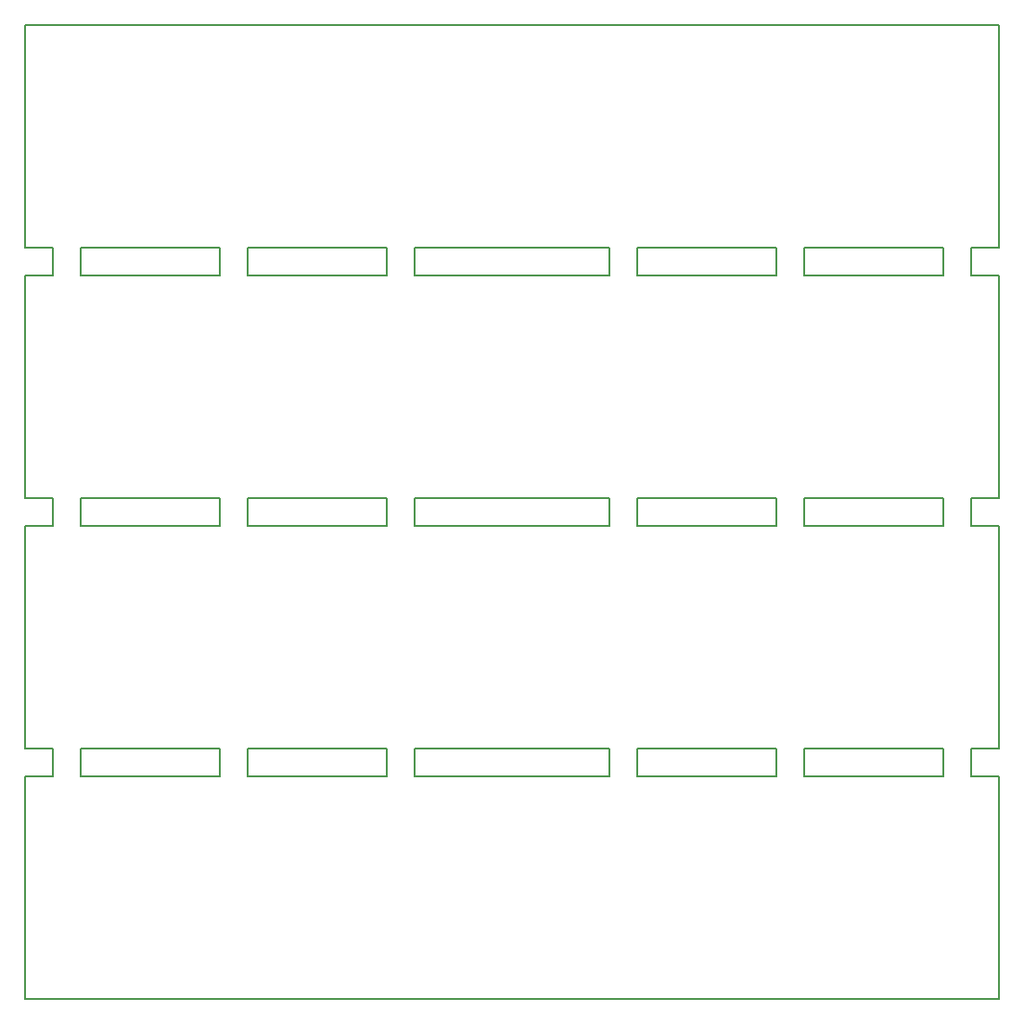
<source format=gm1>
G04 #@! TF.FileFunction,Profile,NP*
%FSLAX46Y46*%
G04 Gerber Fmt 4.6, Leading zero omitted, Abs format (unit mm)*
G04 Created by KiCad (PCBNEW 4.0.5+dfsg1-4) date Tue Jun 30 20:55:17 2020*
%MOMM*%
%LPD*%
G01*
G04 APERTURE LIST*
%ADD10C,0.100000*%
%ADD11C,0.150000*%
G04 APERTURE END LIST*
D10*
D11*
X104648000Y-138430000D02*
X193548000Y-138430000D01*
X104648000Y-49530000D02*
X193548000Y-49530000D01*
X104648000Y-49530000D02*
X104648000Y-69850000D01*
X140208000Y-69850000D02*
X157988000Y-69850000D01*
X109728000Y-69850000D02*
X122428000Y-69850000D01*
X104648000Y-69850000D02*
X107188000Y-69850000D01*
X124968000Y-69850000D02*
X137668000Y-69850000D01*
X193548000Y-49530000D02*
X193548000Y-69850000D01*
X175768000Y-69850000D02*
X188468000Y-69850000D01*
X160528000Y-69850000D02*
X173228000Y-69850000D01*
X191008000Y-69850000D02*
X193548000Y-69850000D01*
X104648000Y-72390000D02*
X104648000Y-92710000D01*
X104648000Y-72390000D02*
X107188000Y-72390000D01*
X109728000Y-72390000D02*
X122428000Y-72390000D01*
X124968000Y-72390000D02*
X137668000Y-72390000D01*
X140208000Y-72390000D02*
X157988000Y-72390000D01*
X160528000Y-72390000D02*
X173228000Y-72390000D01*
X191008000Y-72390000D02*
X193548000Y-72390000D01*
X193548000Y-72390000D02*
X193548000Y-92710000D01*
X175768000Y-72390000D02*
X188468000Y-72390000D01*
X104648000Y-92710000D02*
X107188000Y-92710000D01*
X124968000Y-92710000D02*
X137668000Y-92710000D01*
X109728000Y-92710000D02*
X122428000Y-92710000D01*
X160528000Y-92710000D02*
X173228000Y-92710000D01*
X191008000Y-92710000D02*
X193548000Y-92710000D01*
X175768000Y-92710000D02*
X188468000Y-92710000D01*
X140208000Y-92710000D02*
X157988000Y-92710000D01*
X175768000Y-95250000D02*
X188468000Y-95250000D01*
X193548000Y-95250000D02*
X193548000Y-115570000D01*
X191008000Y-95250000D02*
X193548000Y-95250000D01*
X160528000Y-95250000D02*
X173228000Y-95250000D01*
X109728000Y-95250000D02*
X122428000Y-95250000D01*
X104648000Y-95250000D02*
X107188000Y-95250000D01*
X104648000Y-95250000D02*
X104648000Y-115570000D01*
X124968000Y-95250000D02*
X137668000Y-95250000D01*
X140208000Y-95250000D02*
X157988000Y-95250000D01*
X191008000Y-115570000D02*
X193548000Y-115570000D01*
X175768000Y-115570000D02*
X188468000Y-115570000D01*
X160528000Y-115570000D02*
X173228000Y-115570000D01*
X104648000Y-115570000D02*
X107188000Y-115570000D01*
X109728000Y-115570000D02*
X122428000Y-115570000D01*
X140208000Y-115570000D02*
X157988000Y-115570000D01*
X124968000Y-115570000D02*
X137668000Y-115570000D01*
X104648000Y-118110000D02*
X107188000Y-118110000D01*
X109728000Y-118110000D02*
X122428000Y-118110000D01*
X124968000Y-118110000D02*
X137668000Y-118110000D01*
X140208000Y-118110000D02*
X157988000Y-118110000D01*
X160528000Y-118110000D02*
X173228000Y-118110000D01*
X175768000Y-118110000D02*
X188468000Y-118110000D01*
X191008000Y-118110000D02*
X193548000Y-118110000D01*
X193548000Y-118110000D02*
X193548000Y-138430000D01*
X104648000Y-118110000D02*
X104648000Y-138430000D01*
X160528000Y-69850000D02*
X160528000Y-72390000D01*
X157988000Y-72390000D02*
X157988000Y-69850000D01*
X175768000Y-69850000D02*
X175768000Y-72390000D01*
X173228000Y-72390000D02*
X173228000Y-69850000D01*
X191008000Y-69850000D02*
X191008000Y-72390000D01*
X188468000Y-72390000D02*
X188468000Y-69850000D01*
X124968000Y-69850000D02*
X124968000Y-72390000D01*
X122428000Y-72390000D02*
X122428000Y-69850000D01*
X109728000Y-69850000D02*
X109728000Y-72390000D01*
X107188000Y-72390000D02*
X107188000Y-69850000D01*
X140208000Y-69850000D02*
X140208000Y-72390000D01*
X137668000Y-72390000D02*
X137668000Y-69850000D01*
X191008000Y-92710000D02*
X191008000Y-95250000D01*
X188468000Y-95250000D02*
X188468000Y-92710000D01*
X160528000Y-92710000D02*
X160528000Y-95250000D01*
X157988000Y-95250000D02*
X157988000Y-92710000D01*
X175768000Y-92710000D02*
X175768000Y-95250000D01*
X173228000Y-95250000D02*
X173228000Y-92710000D01*
X109728000Y-92710000D02*
X109728000Y-95250000D01*
X107188000Y-95250000D02*
X107188000Y-92710000D01*
X124968000Y-92710000D02*
X124968000Y-95250000D01*
X122428000Y-95250000D02*
X122428000Y-92710000D01*
X140208000Y-92710000D02*
X140208000Y-95250000D01*
X137668000Y-95250000D02*
X137668000Y-92710000D01*
X160528000Y-115570000D02*
X160528000Y-118110000D01*
X157988000Y-118110000D02*
X157988000Y-115570000D01*
X140208000Y-115570000D02*
X140208000Y-118110000D01*
X137668000Y-118110000D02*
X137668000Y-115570000D01*
X124968000Y-115570000D02*
X124968000Y-118110000D01*
X122428000Y-118110000D02*
X122428000Y-115570000D01*
X175768000Y-115570000D02*
X175768000Y-118110000D01*
X173228000Y-118110000D02*
X173228000Y-115570000D01*
X191008000Y-115570000D02*
X191008000Y-118110000D01*
X188468000Y-118110000D02*
X188468000Y-115570000D01*
X109728000Y-115570000D02*
X109728000Y-118110000D01*
X107188000Y-118110000D02*
X107188000Y-115570000D01*
M02*

</source>
